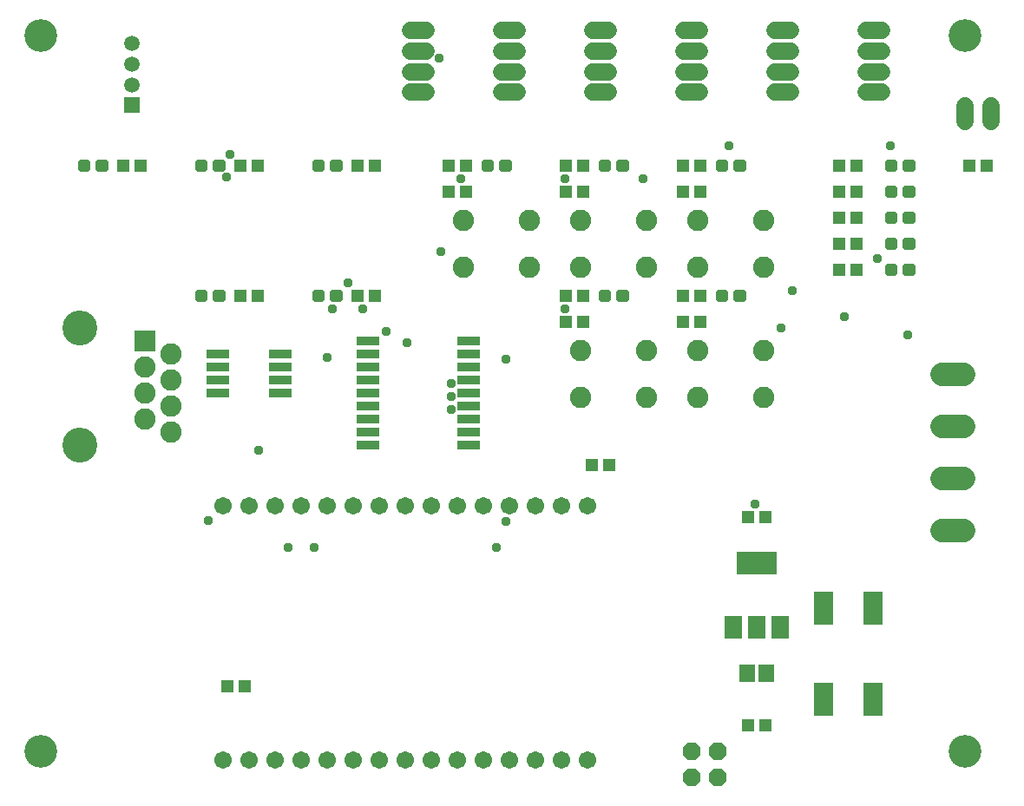
<source format=gbr>
G04 EAGLE Gerber RS-274X export*
G75*
%MOMM*%
%FSLAX34Y34*%
%LPD*%
%INSoldermask Top*%
%IPPOS*%
%AMOC8*
5,1,8,0,0,1.08239X$1,22.5*%
G01*
%ADD10R,1.303200X1.203200*%
%ADD11R,1.503200X1.703200*%
%ADD12C,0.505344*%
%ADD13R,1.933200X3.253200*%
%ADD14C,3.203200*%
%ADD15R,1.703200X2.203200*%
%ADD16R,4.003200X2.203200*%
%ADD17P,1.869504X8X22.500000*%
%ADD18C,2.298700*%
%ADD19R,1.203200X1.303200*%
%ADD20C,2.082800*%
%ADD21C,1.711200*%
%ADD22R,2.235200X0.863600*%
%ADD23C,1.676400*%
%ADD24R,1.511200X1.511200*%
%ADD25C,1.511200*%
%ADD26C,1.727200*%
%ADD27R,2.082800X2.082800*%
%ADD28C,3.403200*%
%ADD29C,0.959600*%


D10*
X588400Y330200D03*
X605400Y330200D03*
X757800Y76200D03*
X740800Y76200D03*
X232800Y114300D03*
X249800Y114300D03*
D11*
X758800Y127000D03*
X739800Y127000D03*
D10*
X740800Y279400D03*
X757800Y279400D03*
D12*
X221180Y618810D02*
X221180Y625790D01*
X228160Y625790D01*
X228160Y618810D01*
X221180Y618810D01*
X221180Y623610D02*
X228160Y623610D01*
X203640Y625790D02*
X203640Y618810D01*
X203640Y625790D02*
X210620Y625790D01*
X210620Y618810D01*
X203640Y618810D01*
X203640Y623610D02*
X210620Y623610D01*
X335480Y625790D02*
X335480Y618810D01*
X335480Y625790D02*
X342460Y625790D01*
X342460Y618810D01*
X335480Y618810D01*
X335480Y623610D02*
X342460Y623610D01*
X317940Y625790D02*
X317940Y618810D01*
X317940Y625790D02*
X324920Y625790D01*
X324920Y618810D01*
X317940Y618810D01*
X317940Y623610D02*
X324920Y623610D01*
X221180Y498790D02*
X221180Y491810D01*
X221180Y498790D02*
X228160Y498790D01*
X228160Y491810D01*
X221180Y491810D01*
X221180Y496610D02*
X228160Y496610D01*
X203640Y498790D02*
X203640Y491810D01*
X203640Y498790D02*
X210620Y498790D01*
X210620Y491810D01*
X203640Y491810D01*
X203640Y496610D02*
X210620Y496610D01*
X106880Y618810D02*
X106880Y625790D01*
X113860Y625790D01*
X113860Y618810D01*
X106880Y618810D01*
X106880Y623610D02*
X113860Y623610D01*
X89340Y625790D02*
X89340Y618810D01*
X89340Y625790D02*
X96320Y625790D01*
X96320Y618810D01*
X89340Y618810D01*
X89340Y623610D02*
X96320Y623610D01*
X335480Y498790D02*
X335480Y491810D01*
X335480Y498790D02*
X342460Y498790D01*
X342460Y491810D01*
X335480Y491810D01*
X335480Y496610D02*
X342460Y496610D01*
X317940Y498790D02*
X317940Y491810D01*
X317940Y498790D02*
X324920Y498790D01*
X324920Y491810D01*
X317940Y491810D01*
X317940Y496610D02*
X324920Y496610D01*
X614880Y618810D02*
X614880Y625790D01*
X621860Y625790D01*
X621860Y618810D01*
X614880Y618810D01*
X614880Y623610D02*
X621860Y623610D01*
X597340Y625790D02*
X597340Y618810D01*
X597340Y625790D02*
X604320Y625790D01*
X604320Y618810D01*
X597340Y618810D01*
X597340Y623610D02*
X604320Y623610D01*
X729180Y625790D02*
X729180Y618810D01*
X729180Y625790D02*
X736160Y625790D01*
X736160Y618810D01*
X729180Y618810D01*
X729180Y623610D02*
X736160Y623610D01*
X711640Y625790D02*
X711640Y618810D01*
X711640Y625790D02*
X718620Y625790D01*
X718620Y618810D01*
X711640Y618810D01*
X711640Y623610D02*
X718620Y623610D01*
X614880Y498790D02*
X614880Y491810D01*
X614880Y498790D02*
X621860Y498790D01*
X621860Y491810D01*
X614880Y491810D01*
X614880Y496610D02*
X621860Y496610D01*
X597340Y498790D02*
X597340Y491810D01*
X597340Y498790D02*
X604320Y498790D01*
X604320Y491810D01*
X597340Y491810D01*
X597340Y496610D02*
X604320Y496610D01*
X500580Y618810D02*
X500580Y625790D01*
X507560Y625790D01*
X507560Y618810D01*
X500580Y618810D01*
X500580Y623610D02*
X507560Y623610D01*
X483040Y625790D02*
X483040Y618810D01*
X483040Y625790D02*
X490020Y625790D01*
X490020Y618810D01*
X483040Y618810D01*
X483040Y623610D02*
X490020Y623610D01*
X729180Y498790D02*
X729180Y491810D01*
X729180Y498790D02*
X736160Y498790D01*
X736160Y491810D01*
X729180Y491810D01*
X729180Y496610D02*
X736160Y496610D01*
X711640Y498790D02*
X711640Y491810D01*
X711640Y498790D02*
X718620Y498790D01*
X718620Y491810D01*
X711640Y491810D01*
X711640Y496610D02*
X718620Y496610D01*
X883720Y618810D02*
X883720Y625790D01*
X883720Y618810D02*
X876740Y618810D01*
X876740Y625790D01*
X883720Y625790D01*
X883720Y623610D02*
X876740Y623610D01*
X901260Y625790D02*
X901260Y618810D01*
X894280Y618810D01*
X894280Y625790D01*
X901260Y625790D01*
X901260Y623610D02*
X894280Y623610D01*
X883720Y600390D02*
X883720Y593410D01*
X876740Y593410D01*
X876740Y600390D01*
X883720Y600390D01*
X883720Y598210D02*
X876740Y598210D01*
X901260Y600390D02*
X901260Y593410D01*
X894280Y593410D01*
X894280Y600390D01*
X901260Y600390D01*
X901260Y598210D02*
X894280Y598210D01*
X883720Y574990D02*
X883720Y568010D01*
X876740Y568010D01*
X876740Y574990D01*
X883720Y574990D01*
X883720Y572810D02*
X876740Y572810D01*
X901260Y574990D02*
X901260Y568010D01*
X894280Y568010D01*
X894280Y574990D01*
X901260Y574990D01*
X901260Y572810D02*
X894280Y572810D01*
X883720Y549590D02*
X883720Y542610D01*
X876740Y542610D01*
X876740Y549590D01*
X883720Y549590D01*
X883720Y547410D02*
X876740Y547410D01*
X901260Y549590D02*
X901260Y542610D01*
X894280Y542610D01*
X894280Y549590D01*
X901260Y549590D01*
X901260Y547410D02*
X894280Y547410D01*
D13*
X862350Y190500D03*
X814050Y190500D03*
X862350Y101600D03*
X814050Y101600D03*
D14*
X952500Y749300D03*
X952500Y50800D03*
X50800Y50800D03*
X50800Y749300D03*
D15*
X726300Y171700D03*
X749300Y171700D03*
X772300Y171700D03*
D16*
X749300Y234700D03*
D17*
X685800Y25400D03*
X685800Y50800D03*
X711200Y25400D03*
X711200Y50800D03*
D18*
X929573Y419311D02*
X950528Y419311D01*
X950528Y368511D02*
X929573Y368511D01*
X929573Y317711D02*
X950528Y317711D01*
X950528Y266911D02*
X929573Y266911D01*
D19*
X245500Y622300D03*
X262500Y622300D03*
X359800Y622300D03*
X376800Y622300D03*
X245500Y495300D03*
X262500Y495300D03*
X359800Y495300D03*
X376800Y495300D03*
X131200Y622300D03*
X148200Y622300D03*
X846700Y622300D03*
X829700Y622300D03*
X846700Y596900D03*
X829700Y596900D03*
X846700Y571500D03*
X829700Y571500D03*
X448700Y622300D03*
X465700Y622300D03*
X677300Y495300D03*
X694300Y495300D03*
X563000Y495300D03*
X580000Y495300D03*
X677300Y622300D03*
X694300Y622300D03*
X563000Y622300D03*
X580000Y622300D03*
X846700Y546100D03*
X829700Y546100D03*
X563000Y596900D03*
X580000Y596900D03*
X677300Y596900D03*
X694300Y596900D03*
X563000Y469900D03*
X580000Y469900D03*
X677300Y469900D03*
X694300Y469900D03*
X448700Y596900D03*
X465700Y596900D03*
D20*
X577088Y568706D03*
X642112Y568706D03*
X577088Y523494D03*
X642112Y523494D03*
X691388Y568706D03*
X756412Y568706D03*
X691388Y523494D03*
X756412Y523494D03*
X577088Y441706D03*
X642112Y441706D03*
X577088Y396494D03*
X642112Y396494D03*
X691388Y441706D03*
X756412Y441706D03*
X691388Y396494D03*
X756412Y396494D03*
X462788Y568706D03*
X527812Y568706D03*
X462788Y523494D03*
X527812Y523494D03*
D21*
X228500Y42400D03*
X253900Y42400D03*
X279300Y42400D03*
X304700Y42400D03*
X330100Y42400D03*
X355500Y42400D03*
X380900Y42400D03*
X406300Y42400D03*
X431700Y42400D03*
X457100Y42400D03*
X482500Y42400D03*
X507900Y42400D03*
X533300Y42400D03*
X558700Y42400D03*
X584100Y42400D03*
X228500Y290100D03*
X253900Y290100D03*
X279300Y290100D03*
X304700Y290100D03*
X330100Y290100D03*
X355500Y290100D03*
X380900Y290100D03*
X406300Y290100D03*
X431700Y290100D03*
X457100Y290100D03*
X482500Y290100D03*
X507900Y290100D03*
X533300Y290100D03*
X558700Y290100D03*
X584100Y290100D03*
D22*
X468122Y349250D03*
X468122Y361950D03*
X468122Y374650D03*
X468122Y387350D03*
X468122Y400050D03*
X468122Y412750D03*
X468122Y425450D03*
X468122Y438150D03*
X370078Y438150D03*
X370078Y425450D03*
X370078Y412750D03*
X370078Y400050D03*
X370078Y387350D03*
X370078Y374650D03*
X370078Y361950D03*
X370078Y349250D03*
X468122Y450850D03*
X370078Y450850D03*
D23*
X411734Y693900D02*
X426466Y693900D01*
X426466Y713900D02*
X411734Y713900D01*
X411734Y733900D02*
X426466Y733900D01*
X426466Y753900D02*
X411734Y753900D01*
X500634Y693900D02*
X515366Y693900D01*
X515366Y713900D02*
X500634Y713900D01*
X500634Y733900D02*
X515366Y733900D01*
X515366Y753900D02*
X500634Y753900D01*
X589534Y693900D02*
X604266Y693900D01*
X604266Y713900D02*
X589534Y713900D01*
X589534Y733900D02*
X604266Y733900D01*
X604266Y753900D02*
X589534Y753900D01*
X678434Y693900D02*
X693166Y693900D01*
X693166Y713900D02*
X678434Y713900D01*
X678434Y733900D02*
X693166Y733900D01*
X693166Y753900D02*
X678434Y753900D01*
X767334Y693900D02*
X782066Y693900D01*
X782066Y713900D02*
X767334Y713900D01*
X767334Y733900D02*
X782066Y733900D01*
X782066Y753900D02*
X767334Y753900D01*
D24*
X139700Y681200D03*
D25*
X139700Y701200D03*
X139700Y721200D03*
X139700Y741200D03*
D19*
X829700Y520700D03*
X846700Y520700D03*
D12*
X883720Y524190D02*
X883720Y517210D01*
X876740Y517210D01*
X876740Y524190D01*
X883720Y524190D01*
X883720Y522010D02*
X876740Y522010D01*
X901260Y524190D02*
X901260Y517210D01*
X894280Y517210D01*
X894280Y524190D01*
X901260Y524190D01*
X901260Y522010D02*
X894280Y522010D01*
D23*
X870966Y693900D02*
X856234Y693900D01*
X856234Y713900D02*
X870966Y713900D01*
X870966Y733900D02*
X856234Y733900D01*
X856234Y753900D02*
X870966Y753900D01*
D19*
X956700Y622300D03*
X973700Y622300D03*
D26*
X952500Y665480D02*
X952500Y680720D01*
X977900Y680720D02*
X977900Y665480D01*
D22*
X284734Y400050D03*
X223266Y400050D03*
X284734Y412750D03*
X284734Y425450D03*
X223266Y412750D03*
X223266Y425450D03*
X284734Y438150D03*
X223266Y438150D03*
D20*
X177800Y361950D03*
X152400Y374650D03*
X177800Y387350D03*
X177800Y412750D03*
X177800Y438150D03*
X152400Y400050D03*
X152400Y425450D03*
D27*
X152400Y450850D03*
D28*
X88900Y463550D03*
X88900Y349250D03*
D29*
X387350Y460375D03*
X773113Y463550D03*
X835025Y474663D03*
X231775Y611188D03*
X747713Y292100D03*
X263525Y344488D03*
X214313Y276225D03*
X460375Y609600D03*
X561975Y609600D03*
X879475Y641350D03*
X722313Y641350D03*
X561975Y482600D03*
X450850Y384175D03*
X866775Y531813D03*
X441325Y538163D03*
X450850Y409575D03*
X450850Y396875D03*
X495300Y249238D03*
X504825Y274638D03*
X504825Y433388D03*
X317500Y249238D03*
X292100Y249238D03*
X407988Y449263D03*
X234950Y633413D03*
X439738Y727075D03*
X638175Y609600D03*
X350838Y508000D03*
X334963Y482600D03*
X365125Y482600D03*
X896938Y457200D03*
X330200Y434975D03*
X784225Y500063D03*
M02*

</source>
